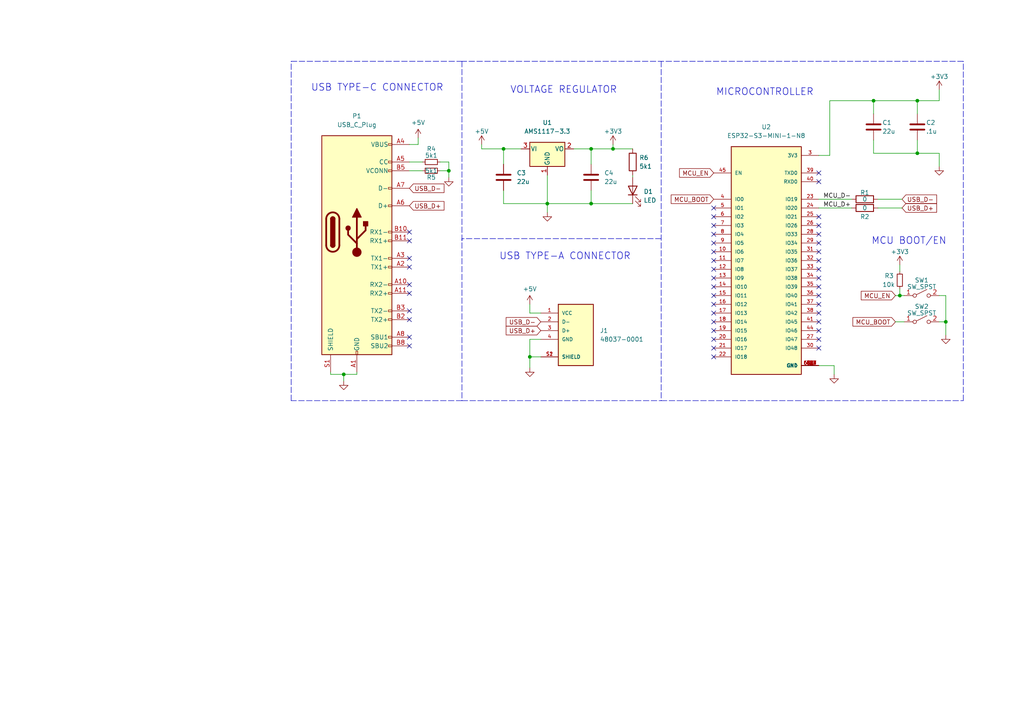
<source format=kicad_sch>
(kicad_sch (version 20211123) (generator eeschema)
  (paper "A4")
  (lib_symbols
    (symbol "48037-0001:48037-0001" (pin_names (offset 1.016))
      (property "Reference" "J" (at -5.08 8.89 0))
      (property "Value" "48037-0001" (at -5.08 -12.7 0))
      (symbol "48037-0001_0_0"
        (rectangle (start -5.08 -10.16) (end 5.08 7.62) (stroke (width 0.254)) (fill (type background)))
        (pin power_in line (at -10.16 5.08 0) (length 5.08) (name "VCC") (number "1"))
        (pin bidirectional line (at -10.16 2.54 0) (length 5.08) (name "D-") (number "2"))
        (pin bidirectional line (at -10.16 0 0) (length 5.08) (name "D+") (number "3"))
        (pin power_in line (at -10.16 -2.54 0) (length 5.08) (name "GND") (number "4"))
        (pin passive line (at -10.16 -7.62 0) (length 5.08) (name "SHIELD") (number "S1"))
        (pin passive line (at -10.16 -7.62 0) (length 5.08) (name "SHIELD") (number "S2"))
      )
    )
    (symbol "Connector:USB_C_Plug" (pin_names (offset 1.016))
      (property "Reference" "P" (at -10.16 29.21 0))
      (property "Value" "USB_C_Plug" (at 10.16 29.21 0))
      (symbol "USB_C_Plug_0_0"
        (rectangle (start -0.254 -35.56) (end 0.254 -34.544))
        (rectangle (start 10.16 -32.766) (end 9.144 -33.274))
        (rectangle (start 10.16 -30.226) (end 9.144 -30.734))
        (rectangle (start 10.16 -25.146) (end 9.144 -25.654))
        (rectangle (start 10.16 -22.606) (end 9.144 -23.114))
        (rectangle (start 10.16 -17.526) (end 9.144 -18.034))
        (rectangle (start 10.16 -14.986) (end 9.144 -15.494))
        (rectangle (start 10.16 -9.906) (end 9.144 -10.414))
        (rectangle (start 10.16 -7.366) (end 9.144 -7.874))
        (rectangle (start 10.16 -2.286) (end 9.144 -2.794))
        (rectangle (start 10.16 0.254) (end 9.144 -0.254))
        (rectangle (start 10.16 7.874) (end 9.144 7.366))
        (rectangle (start 10.16 12.954) (end 9.144 12.446))
        (rectangle (start 10.16 18.034) (end 9.144 17.526))
        (rectangle (start 10.16 20.574) (end 9.144 20.066))
        (rectangle (start 10.16 25.654) (end 9.144 25.146))
      )
      (symbol "USB_C_Plug_0_1"
        (rectangle (start -10.16 27.94) (end 10.16 -35.56) (stroke (width 0.254)) (fill (type background)))
        (arc (start -8.89 -3.81) (mid -6.985 -5.715) (end -5.08 -3.81) (stroke (width 0.508)))
        (arc (start -7.62 -3.81) (mid -6.985 -4.445) (end -6.35 -3.81) (stroke (width 0.254)))
        (arc (start -7.62 -3.81) (mid -6.985 -4.445) (end -6.35 -3.81) (stroke (width 0.254)) (fill (type outline)))
        (rectangle (start -7.62 -3.81) (end -6.35 3.81) (stroke (width 0.254)) (fill (type outline)))
        (arc (start -6.35 3.81) (mid -6.985 4.445) (end -7.62 3.81) (stroke (width 0.254)))
        (arc (start -6.35 3.81) (mid -6.985 4.445) (end -7.62 3.81) (stroke (width 0.254)) (fill (type outline)))
        (arc (start -5.08 3.81) (mid -6.985 5.715) (end -8.89 3.81) (stroke (width 0.508)))
        (polyline (pts (xy -8.89 -3.81) (xy -8.89 3.81)) (stroke (width 0.508)))
        (polyline (pts (xy -5.08 3.81) (xy -5.08 -3.81)) (stroke (width 0.508)))
      )
      (symbol "USB_C_Plug_1_1"
        (circle (center -2.54 1.143) (radius 0.635) (stroke (width 0.254)) (fill (type outline)))
        (circle (center 0 -5.842) (radius 1.27) (fill (type outline)))
        (polyline (pts (xy 0 -5.842) (xy 0 4.318)) (stroke (width 0.508)))
        (polyline (pts (xy 0 -3.302) (xy -2.54 -0.762) (xy -2.54 0.508)) (stroke (width 0.508)))
        (polyline (pts (xy 0 -2.032) (xy 2.54 0.508) (xy 2.54 1.778)) (stroke (width 0.508)))
        (polyline (pts (xy -1.27 4.318) (xy 0 6.858) (xy 1.27 4.318) (xy -1.27 4.318)) (stroke (width 0.254)) (fill (type outline)))
        (rectangle (start 1.905 1.778) (end 3.175 3.048) (stroke (width 0.254)) (fill (type outline)))
        (pin passive line (at 0 -40.64 90) (length 5.08) (name "GND") (number "A1"))
        (pin bidirectional line (at 15.24 -15.24 180) (length 5.08) (name "RX2-") (number "A10"))
        (pin bidirectional line (at 15.24 -17.78 180) (length 5.08) (name "RX2+") (number "A11"))
        (pin passive line (at 0 -40.64 90) (length 5.08) hide (name "GND") (number "A12"))
        (pin bidirectional line (at 15.24 -10.16 180) (length 5.08) (name "TX1+") (number "A2"))
        (pin bidirectional line (at 15.24 -7.62 180) (length 5.08) (name "TX1-") (number "A3"))
        (pin passive line (at 15.24 25.4 180) (length 5.08) (name "VBUS") (number "A4"))
        (pin bidirectional line (at 15.24 20.32 180) (length 5.08) (name "CC") (number "A5"))
        (pin bidirectional line (at 15.24 7.62 180) (length 5.08) (name "D+") (number "A6"))
        (pin bidirectional line (at 15.24 12.7 180) (length 5.08) (name "D-") (number "A7"))
        (pin bidirectional line (at 15.24 -30.48 180) (length 5.08) (name "SBU1") (number "A8"))
        (pin passive line (at 15.24 25.4 180) (length 5.08) hide (name "VBUS") (number "A9"))
        (pin passive line (at 0 -40.64 90) (length 5.08) hide (name "GND") (number "B1"))
        (pin bidirectional line (at 15.24 0 180) (length 5.08) (name "RX1-") (number "B10"))
        (pin bidirectional line (at 15.24 -2.54 180) (length 5.08) (name "RX1+") (number "B11"))
        (pin passive line (at 0 -40.64 90) (length 5.08) hide (name "GND") (number "B12"))
        (pin bidirectional line (at 15.24 -25.4 180) (length 5.08) (name "TX2+") (number "B2"))
        (pin bidirectional line (at 15.24 -22.86 180) (length 5.08) (name "TX2-") (number "B3"))
        (pin passive line (at 15.24 25.4 180) (length 5.08) hide (name "VBUS") (number "B4"))
        (pin bidirectional line (at 15.24 17.78 180) (length 5.08) (name "VCONN") (number "B5"))
        (pin bidirectional line (at 15.24 -33.02 180) (length 5.08) (name "SBU2") (number "B8"))
        (pin passive line (at 15.24 25.4 180) (length 5.08) hide (name "VBUS") (number "B9"))
        (pin passive line (at -7.62 -40.64 90) (length 5.08) (name "SHIELD") (number "S1"))
      )
    )
    (symbol "Device:C" (pin_numbers hide) (pin_names (offset 0.254))
      (property "Reference" "C" (at 0.635 2.54 0))
      (property "Value" "C" (at 0.635 -2.54 0))
      (symbol "C_0_1"
        (polyline (pts (xy -2.032 -0.762) (xy 2.032 -0.762)) (stroke (width 0.508)))
        (polyline (pts (xy -2.032 0.762) (xy 2.032 0.762)) (stroke (width 0.508)))
      )
      (symbol "C_1_1"
        (pin passive line (at 0 3.81 270) (length 2.794) (name "~") (number "1"))
        (pin passive line (at 0 -3.81 90) (length 2.794) (name "~") (number "2"))
      )
    )
    (symbol "Device:LED" (pin_numbers hide) (pin_names (offset 1.016) hide)
      (property "Reference" "D" (at 0 2.54 0))
      (property "Value" "LED" (at 0 -2.54 0))
      (symbol "LED_0_1"
        (polyline (pts (xy -1.27 -1.27) (xy -1.27 1.27)) (stroke (width 0.254)))
        (polyline (pts (xy -1.27 0) (xy 1.27 0)))
        (polyline (pts (xy 1.27 -1.27) (xy 1.27 1.27) (xy -1.27 0) (xy 1.27 -1.27)) (stroke (width 0.254)))
        (polyline (pts (xy -3.048 -0.762) (xy -4.572 -2.286) (xy -3.81 -2.286) (xy -4.572 -2.286) (xy -4.572 -1.524)))
        (polyline (pts (xy -1.778 -0.762) (xy -3.302 -2.286) (xy -2.54 -2.286) (xy -3.302 -2.286) (xy -3.302 -1.524)))
      )
      (symbol "LED_1_1"
        (pin passive line (at -3.81 0 0) (length 2.54) (name "K") (number "1"))
        (pin passive line (at 3.81 0 180) (length 2.54) (name "A") (number "2"))
      )
    )
    (symbol "Device:R" (pin_numbers hide) (pin_names (offset 0))
      (property "Reference" "R" (at 2.032 0 90))
      (property "Value" "R" (at 0 0 90))
      (symbol "R_0_1"
        (rectangle (start -1.016 -2.54) (end 1.016 2.54) (stroke (width 0.254)))
      )
      (symbol "R_1_1"
        (pin passive line (at 0 3.81 270) (length 1.27) (name "~") (number "1"))
        (pin passive line (at 0 -3.81 90) (length 1.27) (name "~") (number "2"))
      )
    )
    (symbol "Device:R_Small" (pin_numbers hide) (pin_names (offset 0.254) hide)
      (property "Reference" "R" (at 0.762 0.508 0))
      (property "Value" "R_Small" (at 0.762 -1.016 0))
      (symbol "R_Small_0_1"
        (rectangle (start -0.762 1.778) (end 0.762 -1.778) (stroke (width 0.2032)))
      )
      (symbol "R_Small_1_1"
        (pin passive line (at 0 2.54 270) (length 0.762) (name "~") (number "1"))
        (pin passive line (at 0 -2.54 90) (length 0.762) (name "~") (number "2"))
      )
    )
    (symbol "ESP32-S3-MINI-1-N8:ESP32-S3-MINI-1-N8" (pin_names (offset 1.016))
      (property "Reference" "U" (at -10.16 34.29 0))
      (property "Value" "ESP32-S3-MINI-1-N8" (at -10.16 -35.56 0))
      (symbol "ESP32-S3-MINI-1-N8_0_0"
        (rectangle (start -10.16 -33.02) (end 10.16 33.02) (stroke (width 0.254)) (fill (type background)))
        (pin power_in line (at 15.24 -30.48 180) (length 5.08) (name "GND") (number "1"))
        (pin bidirectional line (at -15.24 2.54 0) (length 5.08) (name "IO6") (number "10"))
        (pin bidirectional line (at -15.24 0 0) (length 5.08) (name "IO7") (number "11"))
        (pin bidirectional line (at -15.24 -2.54 0) (length 5.08) (name "IO8") (number "12"))
        (pin bidirectional line (at -15.24 -5.08 0) (length 5.08) (name "IO9") (number "13"))
        (pin bidirectional line (at -15.24 -7.62 0) (length 5.08) (name "IO10") (number "14"))
        (pin bidirectional line (at -15.24 -10.16 0) (length 5.08) (name "IO11") (number "15"))
        (pin bidirectional line (at -15.24 -12.7 0) (length 5.08) (name "IO12") (number "16"))
        (pin bidirectional line (at -15.24 -15.24 0) (length 5.08) (name "IO13") (number "17"))
        (pin bidirectional line (at -15.24 -17.78 0) (length 5.08) (name "IO14") (number "18"))
        (pin bidirectional line (at -15.24 -20.32 0) (length 5.08) (name "IO15") (number "19"))
        (pin power_in line (at 15.24 -30.48 180) (length 5.08) (name "GND") (number "2"))
        (pin bidirectional line (at -15.24 -22.86 0) (length 5.08) (name "IO16") (number "20"))
        (pin bidirectional line (at -15.24 -25.4 0) (length 5.08) (name "IO17") (number "21"))
        (pin bidirectional line (at -15.24 -27.94 0) (length 5.08) (name "IO18") (number "22"))
        (pin bidirectional line (at 15.24 17.78 180) (length 5.08) (name "IO19") (number "23"))
        (pin bidirectional line (at 15.24 15.24 180) (length 5.08) (name "IO20") (number "24"))
        (pin bidirectional line (at 15.24 12.7 180) (length 5.08) (name "IO21") (number "25"))
        (pin bidirectional line (at 15.24 10.16 180) (length 5.08) (name "IO26") (number "26"))
        (pin bidirectional line (at 15.24 -22.86 180) (length 5.08) (name "IO47") (number "27"))
        (pin bidirectional line (at 15.24 7.62 180) (length 5.08) (name "IO33") (number "28"))
        (pin bidirectional line (at 15.24 5.08 180) (length 5.08) (name "IO34") (number "29"))
        (pin power_in line (at 15.24 30.48 180) (length 5.08) (name "3V3") (number "3"))
        (pin bidirectional line (at 15.24 -25.4 180) (length 5.08) (name "IO48") (number "30"))
        (pin bidirectional line (at 15.24 2.54 180) (length 5.08) (name "IO35") (number "31"))
        (pin bidirectional line (at 15.24 0 180) (length 5.08) (name "IO36") (number "32"))
        (pin bidirectional line (at 15.24 -2.54 180) (length 5.08) (name "IO37") (number "33"))
        (pin bidirectional line (at 15.24 -5.08 180) (length 5.08) (name "IO38") (number "34"))
        (pin bidirectional line (at 15.24 -7.62 180) (length 5.08) (name "IO39") (number "35"))
        (pin bidirectional line (at 15.24 -10.16 180) (length 5.08) (name "IO40") (number "36"))
        (pin bidirectional line (at 15.24 -12.7 180) (length 5.08) (name "IO41") (number "37"))
        (pin bidirectional line (at 15.24 -15.24 180) (length 5.08) (name "IO42") (number "38"))
        (pin bidirectional line (at 15.24 25.4 180) (length 5.08) (name "TXD0") (number "39"))
        (pin bidirectional line (at -15.24 17.78 0) (length 5.08) (name "IO0") (number "4"))
        (pin bidirectional line (at 15.24 22.86 180) (length 5.08) (name "RXD0") (number "40"))
        (pin bidirectional line (at 15.24 -17.78 180) (length 5.08) (name "IO45") (number "41"))
        (pin power_in line (at 15.24 -30.48 180) (length 5.08) (name "GND") (number "42"))
        (pin power_in line (at 15.24 -30.48 180) (length 5.08) (name "GND") (number "43"))
        (pin bidirectional line (at 15.24 -20.32 180) (length 5.08) (name "IO46") (number "44"))
        (pin input line (at -15.24 25.4 0) (length 5.08) (name "EN") (number "45"))
        (pin power_in line (at 15.24 -30.48 180) (length 5.08) (name "GND") (number "46"))
        (pin power_in line (at 15.24 -30.48 180) (length 5.08) (name "GND") (number "47"))
        (pin power_in line (at 15.24 -30.48 180) (length 5.08) (name "GND") (number "48"))
        (pin power_in line (at 15.24 -30.48 180) (length 5.08) (name "GND") (number "49"))
        (pin bidirectional line (at -15.24 15.24 0) (length 5.08) (name "IO1") (number "5"))
        (pin power_in line (at 15.24 -30.48 180) (length 5.08) (name "GND") (number "50"))
        (pin power_in line (at 15.24 -30.48 180) (length 5.08) (name "GND") (number "51"))
        (pin power_in line (at 15.24 -30.48 180) (length 5.08) (name "GND") (number "52"))
        (pin power_in line (at 15.24 -30.48 180) (length 5.08) (name "GND") (number "53"))
        (pin power_in line (at 15.24 -30.48 180) (length 5.08) (name "GND") (number "54"))
        (pin power_in line (at 15.24 -30.48 180) (length 5.08) (name "GND") (number "55"))
        (pin power_in line (at 15.24 -30.48 180) (length 5.08) (name "GND") (number "56"))
        (pin power_in line (at 15.24 -30.48 180) (length 5.08) (name "GND") (number "57"))
        (pin power_in line (at 15.24 -30.48 180) (length 5.08) (name "GND") (number "58"))
        (pin power_in line (at 15.24 -30.48 180) (length 5.08) (name "GND") (number "59"))
        (pin bidirectional line (at -15.24 12.7 0) (length 5.08) (name "IO2") (number "6"))
        (pin power_in line (at 15.24 -30.48 180) (length 5.08) (name "GND") (number "60"))
        (pin power_in line (at 15.24 -30.48 180) (length 5.08) (name "GND") (number "61"))
        (pin power_in line (at 15.24 -30.48 180) (length 5.08) (name "GND") (number "61_1"))
        (pin power_in line (at 15.24 -30.48 180) (length 5.08) (name "GND") (number "61_2"))
        (pin power_in line (at 15.24 -30.48 180) (length 5.08) (name "GND") (number "61_3"))
        (pin power_in line (at 15.24 -30.48 180) (length 5.08) (name "GND") (number "61_4"))
        (pin power_in line (at 15.24 -30.48 180) (length 5.08) (name "GND") (number "61_5"))
        (pin power_in line (at 15.24 -30.48 180) (length 5.08) (name "GND") (number "61_6"))
        (pin power_in line (at 15.24 -30.48 180) (length 5.08) (name "GND") (number "61_7"))
        (pin power_in line (at 15.24 -30.48 180) (length 5.08) (name "GND") (number "61_8"))
        (pin power_in line (at 15.24 -30.48 180) (length 5.08) (name "GND") (number "62"))
        (pin power_in line (at 15.24 -30.48 180) (length 5.08) (name "GND") (number "63"))
        (pin power_in line (at 15.24 -30.48 180) (length 5.08) (name "GND") (number "64"))
        (pin power_in line (at 15.24 -30.48 180) (length 5.08) (name "GND") (number "65"))
        (pin bidirectional line (at -15.24 10.16 0) (length 5.08) (name "IO3") (number "7"))
        (pin bidirectional line (at -15.24 7.62 0) (length 5.08) (name "IO4") (number "8"))
        (pin bidirectional line (at -15.24 5.08 0) (length 5.08) (name "IO5") (number "9"))
      )
    )
    (symbol "Regulator_Linear:AMS1117-3.3" (pin_names (offset 0.254))
      (property "Reference" "U" (at -3.81 3.175 0))
      (property "Value" "AMS1117-3.3" (at 0 3.175 0))
      (symbol "AMS1117-3.3_0_1"
        (rectangle (start -5.08 -5.08) (end 5.08 1.905) (stroke (width 0.254)) (fill (type background)))
      )
      (symbol "AMS1117-3.3_1_1"
        (pin power_in line (at 0 -7.62 90) (length 2.54) (name "GND") (number "1"))
        (pin power_out line (at 7.62 0 180) (length 2.54) (name "VO") (number "2"))
        (pin power_in line (at -7.62 0 0) (length 2.54) (name "VI") (number "3"))
      )
    )
    (symbol "Switch:SW_SPST" (pin_names (offset 0) hide)
      (property "Reference" "SW" (at 0 3.175 0))
      (property "Value" "SW_SPST" (at 0 -2.54 0))
      (symbol "SW_SPST_0_0"
        (circle (center -2.032 0) (radius 0.508))
        (polyline (pts (xy -1.524 0.254) (xy 1.524 1.778)))
        (circle (center 2.032 0) (radius 0.508))
      )
      (symbol "SW_SPST_1_1"
        (pin passive line (at -5.08 0 0) (length 2.54) (name "A") (number "1"))
        (pin passive line (at 5.08 0 180) (length 2.54) (name "B") (number "2"))
      )
    )
    (symbol "power:+3V3" (power) (pin_names (offset 0))
      (property "Value" "+3V3" (at 0 3.556 0))
      (symbol "+3V3_0_1"
        (polyline (pts (xy -0.762 1.27) (xy 0 2.54)))
        (polyline (pts (xy 0 0) (xy 0 2.54)))
        (polyline (pts (xy 0 2.54) (xy 0.762 1.27)))
      )
      (symbol "+3V3_1_1"
        (pin power_in line (at 0 0 90) (length 0) hide (name "+3V3") (number "1"))
      )
    )
    (symbol "power:+5V" (power) (pin_names (offset 0))
      (property "Value" "+5V" (at 0 3.556 0))
      (symbol "+5V_0_1"
        (polyline (pts (xy -0.762 1.27) (xy 0 2.54)))
        (polyline (pts (xy 0 0) (xy 0 2.54)))
        (polyline (pts (xy 0 2.54) (xy 0.762 1.27)))
      )
      (symbol "+5V_1_1"
        (pin power_in line (at 0 0 90) (length 0) hide (name "+5V") (number "1"))
      )
    )
    (symbol "power:GND" (power) (pin_names (offset 0))
      (property "Value" "GND" (at 0 -3.81 0))
      (symbol "GND_0_1"
        (polyline (pts (xy 0 0) (xy 0 -1.27) (xy 1.27 -1.27) (xy 0 -2.54) (xy -1.27 -1.27) (xy 0 -1.27)))
      )
      (symbol "GND_1_1"
        (pin power_in line (at 0 0 270) (length 0) hide (name "GND") (number "1"))
      )
    )
  )
  (junction (at 177.8 43.18))
  (junction (at 253.365 29.21))
  (junction (at 153.67 103.505))
  (junction (at 266.065 29.21))
  (junction (at 146.05 43.18))
  (junction (at 158.75 59.055))
  (junction (at 274.32 93.345))
  (junction (at 260.985 85.725))
  (junction (at 130.175 49.53))
  (junction (at 171.45 59.055))
  (junction (at 266.065 44.45))
  (junction (at 171.45 43.18))
  (junction (at 99.695 108.585))
  (no_connect (at 118.745 69.85))
  (no_connect (at 237.49 52.705))
  (no_connect (at 207.01 95.885))
  (no_connect (at 237.49 65.405))
  (no_connect (at 237.49 98.425))
  (no_connect (at 118.745 82.55))
  (no_connect (at 237.49 67.945))
  (no_connect (at 118.745 67.31))
  (no_connect (at 118.745 90.17))
  (no_connect (at 118.745 97.79))
  (no_connect (at 237.49 73.025))
  (no_connect (at 118.745 100.33))
  (no_connect (at 237.49 78.105))
  (no_connect (at 118.745 92.71))
  (no_connect (at 237.49 50.165))
  (no_connect (at 118.745 74.93))
  (no_connect (at 237.49 100.965))
  (no_connect (at 237.49 93.345))
  (no_connect (at 118.745 85.09))
  (no_connect (at 237.49 75.565))
  (no_connect (at 118.745 77.47))
  (no_connect (at 237.49 95.885))
  (no_connect (at 237.49 70.485))
  (no_connect (at 237.49 62.865))
  (no_connect (at 237.49 80.645))
  (no_connect (at 207.01 60.325))
  (no_connect (at 207.01 62.865))
  (no_connect (at 237.49 83.185))
  (no_connect (at 237.49 85.725))
  (no_connect (at 237.49 88.265))
  (no_connect (at 237.49 90.805))
  (no_connect (at 207.01 65.405))
  (no_connect (at 207.01 67.945))
  (no_connect (at 207.01 70.485))
  (no_connect (at 207.01 100.965))
  (no_connect (at 207.01 98.425))
  (no_connect (at 207.01 85.725))
  (no_connect (at 207.01 88.265))
  (no_connect (at 207.01 90.805))
  (no_connect (at 207.01 93.345))
  (no_connect (at 207.01 103.505))
  (no_connect (at 207.01 73.025))
  (no_connect (at 207.01 75.565))
  (no_connect (at 207.01 78.105))
  (no_connect (at 207.01 80.645))
  (no_connect (at 207.01 83.185))
  (wire (pts (xy 153.67 90.805) (xy 156.845 90.805)))
  (polyline (pts (xy 133.985 69.215) (xy 133.985 69.85)))
  (wire (pts (xy 253.365 29.21) (xy 253.365 33.02)))
  (wire (pts (xy 153.67 103.505) (xy 156.845 103.505)))
  (wire (pts (xy 237.49 57.785) (xy 247.015 57.785)))
  (wire (pts (xy 121.285 40.005) (xy 121.285 41.91)))
  (wire (pts (xy 146.05 43.18) (xy 151.13 43.18)))
  (wire (pts (xy 118.745 49.53) (xy 122.555 49.53)))
  (wire (pts (xy 171.45 43.18) (xy 177.8 43.18)))
  (wire (pts (xy 139.7 43.18) (xy 146.05 43.18)))
  (wire (pts (xy 240.665 29.21) (xy 253.365 29.21)))
  (polyline (pts (xy 133.985 17.78) (xy 133.985 116.205)))
  (wire (pts (xy 260.985 76.835) (xy 260.985 78.74)))
  (wire (pts (xy 99.695 108.585) (xy 95.885 108.585)))
  (wire (pts (xy 146.05 55.245) (xy 146.05 59.055)))
  (wire (pts (xy 158.75 59.055) (xy 158.75 61.595)))
  (wire (pts (xy 153.67 88.265) (xy 153.67 90.805)))
  (wire (pts (xy 103.505 108.585) (xy 99.695 108.585)))
  (wire (pts (xy 158.75 50.8) (xy 158.75 59.055)))
  (wire (pts (xy 253.365 29.21) (xy 266.065 29.21)))
  (polyline (pts (xy 84.455 17.78) (xy 133.985 17.78)))
  (wire (pts (xy 260.985 85.725) (xy 262.255 85.725)))
  (polyline (pts (xy 191.77 17.78) (xy 191.77 116.205)))
  (polyline (pts (xy 279.4 116.205) (xy 279.4 17.78)))
  (wire (pts (xy 153.67 106.68) (xy 153.67 103.505)))
  (wire (pts (xy 146.05 59.055) (xy 158.75 59.055)))
  (wire (pts (xy 272.415 44.45) (xy 272.415 48.26)))
  (wire (pts (xy 171.45 43.18) (xy 171.45 47.625)))
  (wire (pts (xy 177.8 43.18) (xy 183.515 43.18)))
  (wire (pts (xy 121.285 41.91) (xy 118.745 41.91)))
  (wire (pts (xy 177.8 41.91) (xy 177.8 43.18)))
  (wire (pts (xy 266.065 44.45) (xy 272.415 44.45)))
  (wire (pts (xy 266.065 29.21) (xy 272.415 29.21)))
  (polyline (pts (xy 133.985 116.205) (xy 84.455 116.205)))
  (wire (pts (xy 237.49 45.085) (xy 240.665 45.085)))
  (wire (pts (xy 171.45 59.055) (xy 183.515 59.055)))
  (wire (pts (xy 183.515 50.8) (xy 183.515 51.435)))
  (polyline (pts (xy 191.77 116.205) (xy 279.4 116.205)))
  (wire (pts (xy 153.67 103.505) (xy 153.67 98.425)))
  (wire (pts (xy 166.37 43.18) (xy 171.45 43.18)))
  (wire (pts (xy 259.715 85.725) (xy 260.985 85.725)))
  (wire (pts (xy 130.175 49.53) (xy 130.175 51.435)))
  (wire (pts (xy 266.065 40.64) (xy 266.065 44.45)))
  (wire (pts (xy 274.32 85.725) (xy 272.415 85.725)))
  (wire (pts (xy 158.75 59.055) (xy 171.45 59.055)))
  (wire (pts (xy 146.05 43.18) (xy 146.05 47.625)))
  (wire (pts (xy 139.7 41.91) (xy 139.7 43.18)))
  (wire (pts (xy 237.49 60.325) (xy 247.015 60.325)))
  (wire (pts (xy 237.49 106.045) (xy 241.935 106.045)))
  (polyline (pts (xy 191.77 69.215) (xy 133.985 69.215)))
  (wire (pts (xy 260.985 83.82) (xy 260.985 85.725)))
  (wire (pts (xy 153.67 98.425) (xy 156.845 98.425)))
  (wire (pts (xy 103.505 107.95) (xy 103.505 108.585)))
  (wire (pts (xy 241.935 106.045) (xy 241.935 108.585)))
  (wire (pts (xy 95.885 108.585) (xy 95.885 107.95)))
  (wire (pts (xy 118.745 46.99) (xy 122.555 46.99)))
  (wire (pts (xy 127.635 46.99) (xy 130.175 46.99)))
  (wire (pts (xy 253.365 44.45) (xy 266.065 44.45)))
  (polyline (pts (xy 279.4 17.78) (xy 133.985 17.78)))
  (wire (pts (xy 127.635 49.53) (xy 130.175 49.53)))
  (polyline (pts (xy 133.985 116.205) (xy 191.77 116.205)))
  (wire (pts (xy 272.415 26.035) (xy 272.415 29.21)))
  (wire (pts (xy 272.415 93.345) (xy 274.32 93.345)))
  (wire (pts (xy 266.065 29.21) (xy 266.065 33.02)))
  (wire (pts (xy 274.32 85.725) (xy 274.32 93.345)))
  (wire (pts (xy 240.665 45.085) (xy 240.665 29.21)))
  (wire (pts (xy 254.635 57.785) (xy 261.62 57.785)))
  (wire (pts (xy 274.32 93.345) (xy 274.32 97.155)))
  (polyline (pts (xy 84.455 116.205) (xy 84.455 17.78)))
  (wire (pts (xy 99.695 108.585) (xy 99.695 110.49)))
  (wire (pts (xy 171.45 59.055) (xy 171.45 55.245)))
  (wire (pts (xy 253.365 40.64) (xy 253.365 44.45)))
  (wire (pts (xy 254.635 60.325) (xy 261.62 60.325)))
  (wire (pts (xy 259.715 93.345) (xy 262.255 93.345)))
  (wire (pts (xy 130.175 46.99) (xy 130.175 49.53)))
  (text "USB TYPE-C CONNECTOR" (at 90.17 26.67 0) (effects (font (size 2 2)) (justify left bottom)))
  (text "MCU BOOT/EN\n" (at 252.73 71.12 0) (effects (font (size 2 2)) (justify left bottom)))
  (text "VOLTAGE REGULATOR\n" (at 147.955 27.305 0) (effects (font (size 2 2)) (justify left bottom)))
  (text "MICROCONTROLLER\n" (at 207.645 27.94 0) (effects (font (size 2 2)) (justify left bottom)))
  (text "USB TYPE-A CONNECTOR" (at 144.78 75.565 0) (effects (font (size 2 2)) (justify left bottom)))
  (label "MCU_D-" (at 238.76 57.785 0))
  (label "MCU_D+" (at 238.76 60.325 0))
  (global_label "USB_D+" (shape input) (at 261.62 60.325 0) (property "Intersheet References" "${INTERSHEET_REFS}" (effects hide)))
  (global_label "USB_D+" (shape input) (at 156.845 95.885 180) (property "Intersheet References" "${INTERSHEET_REFS}" (effects hide)))
  (global_label "USB_D+" (shape input) (at 118.745 59.69 0) (property "Intersheet References" "${INTERSHEET_REFS}" (effects hide)))
  (global_label "USB_D-" (shape input) (at 118.745 54.61 0) (property "Intersheet References" "${INTERSHEET_REFS}" (effects hide)))
  (global_label "MCU_EN" (shape input) (at 207.01 50.165 180) (property "Intersheet References" "${INTERSHEET_REFS}" (effects hide)))
  (global_label "USB_D-" (shape input) (at 261.62 57.785 0) (property "Intersheet References" "${INTERSHEET_REFS}" (effects hide)))
  (global_label "MCU_EN" (shape input) (at 259.715 85.725 180) (property "Intersheet References" "${INTERSHEET_REFS}" (effects hide)))
  (global_label "MCU_BOOT" (shape input) (at 207.01 57.785 180) (property "Intersheet References" "${INTERSHEET_REFS}" (effects hide)))
  (global_label "MCU_BOOT" (shape input) (at 259.715 93.345 180) (property "Intersheet References" "${INTERSHEET_REFS}" (effects hide)))
  (global_label "USB_D-" (shape input) (at 156.845 93.345 180) (property "Intersheet References" "${INTERSHEET_REFS}" (effects hide)))
  (symbol (lib_id "Device:R_Small") (at 260.985 81.28 0) (unit 1)
    (property "Reference" "R3" (at 256.54 80.01 0) (effects (justify left)))
    (property "Value" "10k" (at 255.905 82.55 0) (effects (justify left)))
    (property "Footprint" "Resistor_SMD:R_0603_1608Metric" (effects hide))
    (property "LCSC Part Number" "C25744" (effects hide))
    (property "LCSC Part #" "C25744" (effects hide))
  )
  (symbol (lib_id "Device:R") (at 250.825 57.785 90) (unit 1)
    (property "Reference" "R1" (at 250.825 55.88 90))
    (property "Value" "0" (at 250.825 57.785 90))
    (property "Footprint" "Resistor_SMD:R_0603_1608Metric" (effects hide))
    (property "LCSC Part Number" "C17168" (effects hide))
    (property "LCSC Part #" "C17168" (effects hide))
  )
  (symbol (lib_id "Device:C") (at 171.45 51.435 0) (unit 1)
    (property "Reference" "C4" (at 175.26 50.1649 0) (effects (justify left)))
    (property "Value" "22u" (at 175.26 52.7049 0) (effects (justify left)))
    (property "Footprint" "Capacitor_SMD:C_0603_1608Metric" (effects hide))
    (property "LCSC Part Number" "C59461" (effects hide))
    (property "LCSC Part #" "C59461" (effects hide))
  )
  (symbol (lib_id "power:GND") (at 99.695 110.49 0) (unit 1)
    (property "Reference" "#PWR0106" (effects hide))
    (property "Value" "GND" (effects hide))
  )
  (symbol (lib_id "power:+3V3") (at 177.8 41.91 0) (unit 1)
    (property "Reference" "#PWR0112" (effects hide))
    (property "Value" "+3V3" (at 177.8 38.1 0))
  )
  (symbol (lib_id "power:GND") (at 272.415 48.26 0) (unit 1)
    (property "Reference" "#PWR0103" (effects hide))
    (property "Value" "GND" (effects hide))
  )
  (symbol (lib_id "Device:C") (at 266.065 36.83 0) (unit 1)
    (property "Reference" "C2" (at 268.605 35.56 0) (effects (justify left)))
    (property "Value" ".1u" (at 268.605 38.1 0) (effects (justify left)))
    (property "Footprint" "Capacitor_SMD:C_0402_1005Metric" (effects hide))
    (property "LCSC Part Number" "C1525" (effects hide))
    (property "LCSC Part #" "C1525" (effects hide))
  )
  (symbol (lib_id "power:+5V") (at 139.7 41.91 0) (unit 1)
    (property "Reference" "#PWR0113" (effects hide))
    (property "Value" "+5V" (at 139.7 38.1 0))
  )
  (symbol (lib_id "power:GND") (at 158.75 61.595 0) (unit 1)
    (property "Reference" "#PWR0111" (effects hide))
    (property "Value" "GND" (effects hide))
  )
  (symbol (lib_id "Device:R") (at 183.515 46.99 0) (unit 1)
    (property "Reference" "R6" (at 185.42 45.7199 0) (effects (justify left)))
    (property "Value" "5k1" (at 185.42 48.2599 0) (effects (justify left)))
    (property "Footprint" "Resistor_SMD:R_0402_1005Metric" (effects hide))
    (property "LCSC Part Number" "C25905" (effects hide))
    (property "LCSC Part #" "C25905" (effects hide))
  )
  (symbol (lib_id "power:+3V3") (at 260.985 76.835 0) (unit 1)
    (property "Reference" "#PWR0104" (effects hide))
    (property "Value" "+3V3" (at 260.985 73.025 0))
  )
  (symbol (lib_id "power:+5V") (at 121.285 40.005 0) (unit 1)
    (property "Reference" "#PWR0109" (effects hide))
    (property "Value" "+5V" (at 121.285 35.56 0))
  )
  (symbol (lib_id "Device:R_Small") (at 125.095 46.99 90) (unit 1)
    (property "Reference" "R4" (at 125.095 43.18 90))
    (property "Value" "5k1" (at 125.095 45.085 90))
    (property "Footprint" "Resistor_SMD:R_0402_1005Metric" (effects hide))
    (property "LCSC Part Number" "C25905" (effects hide))
    (property "LCSC Part #" "C25905" (effects hide))
  )
  (symbol (lib_id "Device:C") (at 146.05 51.435 0) (unit 1)
    (property "Reference" "C3" (at 149.86 50.1649 0) (effects (justify left)))
    (property "Value" "22u" (at 149.86 52.7049 0) (effects (justify left)))
    (property "Footprint" "Capacitor_SMD:C_0603_1608Metric" (effects hide))
    (property "LCSC Part Number" "C59461" (effects hide))
    (property "LCSC Part #" "C59461" (effects hide))
  )
  (symbol (lib_id "Device:R") (at 250.825 60.325 90) (unit 1)
    (property "Reference" "R2" (at 250.825 62.865 90))
    (property "Value" "0" (at 250.825 60.325 90))
    (property "Footprint" "Resistor_SMD:R_0603_1608Metric" (effects hide))
    (property "LCSC Part Number" "C17168" (effects hide))
    (property "LCSC Part #" "C17168" (effects hide))
  )
  (symbol (lib_id "power:GND") (at 274.32 97.155 0) (unit 1)
    (property "Reference" "#PWR0105" (effects hide))
    (property "Value" "GND" (effects hide))
  )
  (symbol (lib_id "Switch:SW_SPST") (at 267.335 85.725 0) (unit 1)
    (property "Reference" "SW1" (at 267.335 81.28 0))
    (property "Value" "SW_SPST" (at 267.335 83.185 0))
    (property "Footprint" "Button_Switch_SMD:SW_SPST_PTS810" (effects hide))
    (property "LCSC Part Number" "C92589" (effects hide))
    (property "LCSC Part #" "C92589" (effects hide))
  )
  (symbol (lib_id "48037-0001:48037-0001") (at 167.005 95.885 0) (unit 1)
    (property "Reference" "J1" (at 173.99 95.8849 0) (effects (justify left)))
    (property "Value" "48037-0001" (at 173.99 98.4249 0) (effects (justify left)))
    (property "Footprint" "48037-0001:MOLEX_48037-0001" (effects hide))
    (property "PARTREV" "D" (effects hide))
    (property "STANDARD" "Manufacturer Recommendations" (effects hide))
    (property "MANUFACTURER" "Molex" (effects hide))
    (property "MAXIMUM_PACKAGE_HEIGHT" "4.6mm" (effects hide))
    (property "LCSC Part Number" "C136455" (effects hide))
    (property "LCSC Part #" "C136455" (effects hide))
  )
  (symbol (lib_id "Connector:USB_C_Plug") (at 103.505 67.31 0) (unit 1)
    (property "Reference" "P1" (at 103.505 33.655 0))
    (property "Value" "USB_C_Plug" (at 103.505 36.195 0))
    (property "Footprint" "Connector_USB:USB_C_Plug_Molex_105444" (effects hide))
    (property "Datasheet" "https://www.usb.org/sites/default/files/documents/usb_type-c.zip" (effects hide))
    (property "LCSC Part Number" "C319150" (effects hide))
    (property "LCSC Part #" "C319150" (effects hide))
  )
  (symbol (lib_id "Device:R_Small") (at 125.095 49.53 90) (unit 1)
    (property "Reference" "R5" (at 125.095 51.435 90))
    (property "Value" "5k1" (at 125.095 49.53 90))
    (property "Footprint" "Resistor_SMD:R_0402_1005Metric" (effects hide))
    (property "LCSC Part Number" "C25905" (effects hide))
    (property "LCSC Part #" "C25905" (effects hide))
  )
  (symbol (lib_id "power:+3V3") (at 272.415 26.035 0) (unit 1)
    (property "Reference" "#PWR0102" (effects hide))
    (property "Value" "+3V3" (at 272.415 22.225 0))
  )
  (symbol (lib_id "Regulator_Linear:AMS1117-3.3") (at 158.75 43.18 0) (unit 1)
    (property "Reference" "U1" (at 158.75 35.56 0))
    (property "Value" "AMS1117-3.3" (at 158.75 38.1 0))
    (property "Footprint" "Package_TO_SOT_SMD:SOT-223-3_TabPin2" (effects hide))
    (property "Datasheet" "http://www.advanced-monolithic.com/pdf/ds1117.pdf" (effects hide))
    (property "LCSC Part Number" "C6186" (effects hide))
    (property "LCSC Part #" "C6186" (effects hide))
  )
  (symbol (lib_id "power:GND") (at 153.67 106.68 0) (unit 1)
    (property "Reference" "#PWR0108" (effects hide))
    (property "Value" "GND" (effects hide))
  )
  (symbol (lib_id "Switch:SW_SPST") (at 267.335 93.345 0) (unit 1)
    (property "Reference" "SW2" (at 267.335 88.9 0))
    (property "Value" "SW_SPST" (at 267.335 90.805 0))
    (property "Footprint" "Button_Switch_SMD:SW_SPST_PTS810" (effects hide))
    (property "LCSC Part Number" "C92589" (effects hide))
    (property "LCSC Part #" "C92589" (effects hide))
  )
  (symbol (lib_id "Device:C") (at 253.365 36.83 0) (unit 1)
    (property "Reference" "C1" (at 255.905 35.56 0) (effects (justify left)))
    (property "Value" "22u" (at 255.905 38.1 0) (effects (justify left)))
    (property "Footprint" "Capacitor_SMD:C_0603_1608Metric" (effects hide))
    (property "LCSC Part Number" "C59461" (effects hide))
    (property "LCSC Part #" "C59461" (effects hide))
  )
  (symbol (lib_id "power:+5V") (at 153.67 88.265 0) (unit 1)
    (property "Reference" "#PWR0107" (effects hide))
    (property "Value" "+5V" (at 153.67 83.82 0))
  )
  (symbol (lib_id "ESP32-S3-MINI-1-N8:ESP32-S3-MINI-1-N8") (at 222.25 75.565 0) (unit 1)
    (property "Reference" "U2" (at 222.25 36.83 0))
    (property "Value" "ESP32-S3-MINI-1-N8" (at 222.25 39.37 0))
    (property "Footprint" "ESP32-S3-MINI-1-N8:XCVR_ESP32-S3-MINI-1-N8" (effects hide))
    (property "MANUFACTURER" "Espressif" (effects hide))
    (property "PARTREV" "v0.6" (effects hide))
    (property "STANDARD" "Manufacturer Recommendations" (effects hide))
    (property "MAXIMUM_PACKAGE_HEIGHT" "2.55mm" (effects hide))
    (property "LCSC Part Number" "C2913206" (effects hide))
    (property "LCSC Part #" "C2913206" (effects hide))
  )
  (symbol (lib_id "Device:LED") (at 183.515 55.245 90) (unit 1)
    (property "Reference" "D1" (at 186.69 55.5624 90) (effects (justify right)))
    (property "Value" "LED" (at 186.69 58.1024 90) (effects (justify right)))
    (property "Footprint" "LED_SMD:LED_0603_1608Metric" (effects hide))
    (property "LCSC Part Number" "C72043" (effects hide))
    (property "LCSC Part #" "C72043" (effects hide))
  )
  (symbol (lib_id "power:GND") (at 241.935 108.585 0) (unit 1)
    (property "Reference" "#PWR0101" (effects hide))
    (property "Value" "GND" (effects hide))
  )
  (symbol (lib_id "power:GND") (at 130.175 51.435 0) (unit 1)
    (property "Reference" "#PWR0110" (effects hide))
    (property "Value" "GND" (effects hide))
  )
)
</source>
